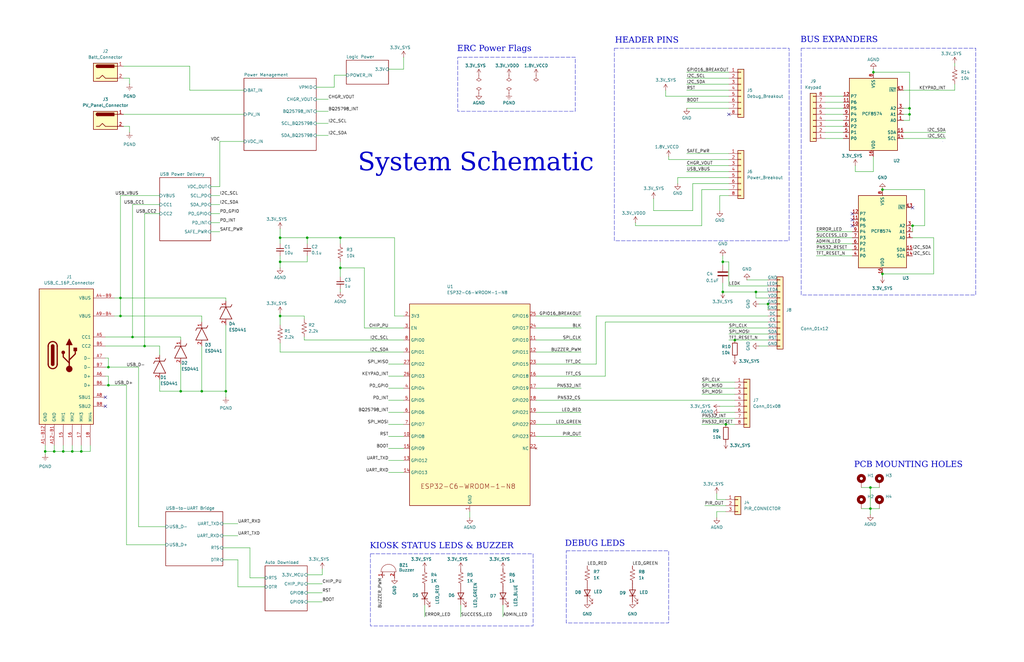
<source format=kicad_sch>
(kicad_sch (version 20231120) (generator "eeschema") (generator_version "8.0")
  (paper "B")
  (title_block (title "SCAN") (date "2025-01-30") (rev "v1.1") (company "Senior Design Group 35"))
  (junction (at 34.29 190.5))
  (junction (at 372.11 115.57))
  (junction (at 304.8 123.19))
  (junction (at 304.8 110.49))
  (junction (at 26.67 190.5))
  (junction (at 118.11 100.33))
  (junction (at 143.51 100.33))
  (junction (at 367.03 214.63))
  (junction (at 45.72 162.56))
  (junction (at 143.51 113.03))
  (junction (at 95.25 165.1))
  (junction (at 383.54 48.26))
  (junction (at 60.96 146.05))
  (junction (at 118.11 133.35))
  (junction (at 383.54 45.72))
  (junction (at 323.85 128.27))
  (junction (at 55.88 142.24))
  (junction (at 76.2 165.1))
  (junction (at 368.3 30.48))
  (junction (at 318.77 123.19))
  (junction (at 118.11 110.49))
  (junction (at 30.48 190.5))
  (junction (at 309.88 143.51))
  (junction (at 306.07 179.07))
  (junction (at 384.81 95.25))
  (junction (at 85.09 165.1))
  (junction (at 45.72 154.94))
  (junction (at 19.05 190.5))
  (junction (at 129.54 100.33))
  (junction (at 50.8 125.73))
  (junction (at 50.8 133.35))
  (junction (at 367.03 205.74))
  (junction (at 22.86 190.5))
  (junction (at 372.11 80.01))
  (no_connect (at 359.41 95.25))
  (no_connect (at 359.41 92.71))
  (no_connect (at 307.34 48.26))
  (no_connect (at 384.81 87.63))
  (no_connect (at 44.45 171.45))
  (no_connect (at 359.41 90.17))
  (no_connect (at 44.45 167.64))
  (wire (pts (xy 289.56 69.85) (xy 307.34 69.85)))
  (wire (pts (xy 344.17 105.41) (xy 359.41 105.41)))
  (wire (pts (xy 105.41 243.84) (xy 105.41 231.14)))
  (wire (pts (xy 118.11 144.78) (xy 118.11 148.59)))
  (wire (pts (xy 307.34 82.55) (xy 303.53 82.55)))
  (wire (pts (xy 381 38.1) (xy 402.59 38.1)))
  (wire (pts (xy 318.77 123.19) (xy 304.8 123.19)))
  (wire (pts (xy 128.27 133.35) (xy 118.11 133.35)))
  (wire (pts (xy 118.11 148.59) (xy 170.18 148.59)))
  (wire (pts (xy 44.45 146.05) (xy 60.96 146.05)))
  (wire (pts (xy 289.56 38.1) (xy 307.34 38.1)))
  (wire (pts (xy 280.67 40.64) (xy 307.34 40.64)))
  (wire (pts (xy 347.98 40.64) (xy 355.6 40.64)))
  (wire (pts (xy 54.61 33.02) (xy 52.07 33.02)))
  (wire (pts (xy 367.03 214.63) (xy 370.84 214.63)))
  (wire (pts (xy 275.59 83.82) (xy 275.59 88.9)))
  (wire (pts (xy 129.54 242.57) (xy 135.89 242.57)))
  (wire (pts (xy 163.83 163.83) (xy 170.18 163.83)))
  (wire (pts (xy 19.05 190.5) (xy 22.86 190.5)))
  (wire (pts (xy 128.27 142.24) (xy 128.27 143.51)))
  (wire (pts (xy 381 55.88) (xy 398.78 55.88)))
  (wire (pts (xy 135.89 254) (xy 129.54 254)))
  (wire (pts (xy 58.42 222.25) (xy 58.42 154.94)))
  (wire (pts (xy 133.35 46.99) (xy 138.43 46.99)))
  (wire (pts (xy 281.94 67.31) (xy 307.34 67.31)))
  (wire (pts (xy 303.53 173.99) (xy 309.88 173.99)))
  (wire (pts (xy 19.05 190.5) (xy 19.05 191.77)))
  (wire (pts (xy 166.37 100.33) (xy 166.37 133.35)))
  (wire (pts (xy 255.27 135.89) (xy 255.27 158.75)))
  (wire (pts (xy 140.97 36.83) (xy 140.97 31.75)))
  (wire (pts (xy 52.07 48.26) (xy 102.87 48.26)))
  (wire (pts (xy 304.8 110.49) (xy 304.8 111.76)))
  (wire (pts (xy 389.89 95.25) (xy 384.81 95.25)))
  (wire (pts (xy 44.45 158.75) (xy 45.72 158.75)))
  (wire (pts (xy 295.91 95.25) (xy 295.91 80.01)))
  (wire (pts (xy 54.61 33.02) (xy 54.61 35.56)))
  (wire (pts (xy 92.71 59.69) (xy 102.87 59.69)))
  (wire (pts (xy 128.27 143.51) (xy 170.18 143.51)))
  (wire (pts (xy 383.54 30.48) (xy 368.3 30.48)))
  (wire (pts (xy 135.89 242.57) (xy 135.89 240.03)))
  (wire (pts (xy 302.26 215.9) (xy 302.26 218.44)))
  (wire (pts (xy 347.98 58.42) (xy 355.6 58.42)))
  (wire (pts (xy 245.11 138.43) (xy 226.06 138.43)))
  (wire (pts (xy 226.06 173.99) (xy 245.11 173.99)))
  (wire (pts (xy 138.43 52.07) (xy 133.35 52.07)))
  (wire (pts (xy 143.51 100.33) (xy 143.51 102.87)))
  (wire (pts (xy 289.56 64.77) (xy 307.34 64.77)))
  (wire (pts (xy 295.91 80.01) (xy 307.34 80.01)))
  (wire (pts (xy 163.83 179.07) (xy 170.18 179.07)))
  (wire (pts (xy 60.96 90.17) (xy 67.31 90.17)))
  (wire (pts (xy 194.31 260.35) (xy 194.31 255.27)))
  (wire (pts (xy 384.81 100.33) (xy 393.7 100.33)))
  (wire (pts (xy 367.03 205.74) (xy 370.84 205.74)))
  (wire (pts (xy 372.11 116.84) (xy 372.11 115.57)))
  (wire (pts (xy 347.98 53.34) (xy 355.6 53.34)))
  (wire (pts (xy 344.17 102.87) (xy 359.41 102.87)))
  (wire (pts (xy 50.8 133.35) (xy 48.26 133.35)))
  (wire (pts (xy 105.41 243.84) (xy 111.76 243.84)))
  (wire (pts (xy 85.09 146.05) (xy 85.09 165.1)))
  (wire (pts (xy 295.91 176.53) (xy 309.88 176.53)))
  (wire (pts (xy 166.37 100.33) (xy 143.51 100.33)))
  (wire (pts (xy 163.83 158.75) (xy 170.18 158.75)))
  (wire (pts (xy 323.85 125.73) (xy 318.77 125.73)))
  (wire (pts (xy 383.54 50.8) (xy 383.54 48.26)))
  (wire (pts (xy 100.33 247.65) (xy 100.33 236.22)))
  (wire (pts (xy 45.72 151.13) (xy 44.45 151.13)))
  (wire (pts (xy 363.22 214.63) (xy 367.03 214.63)))
  (wire (pts (xy 34.29 187.96) (xy 34.29 190.5)))
  (wire (pts (xy 76.2 143.51) (xy 76.2 142.24)))
  (wire (pts (xy 303.53 82.55) (xy 303.53 88.9)))
  (wire (pts (xy 393.7 100.33) (xy 393.7 115.57)))
  (wire (pts (xy 163.83 184.15) (xy 170.18 184.15)))
  (wire (pts (xy 295.91 163.83) (xy 309.88 163.83)))
  (wire (pts (xy 198.12 215.9) (xy 198.12 218.44)))
  (wire (pts (xy 129.54 250.19) (xy 135.89 250.19)))
  (wire (pts (xy 226.06 184.15) (xy 245.11 184.15)))
  (wire (pts (xy 255.27 135.89) (xy 323.85 135.89)))
  (wire (pts (xy 153.67 113.03) (xy 153.67 138.43)))
  (wire (pts (xy 347.98 50.8) (xy 355.6 50.8)))
  (wire (pts (xy 140.97 31.75) (xy 146.05 31.75)))
  (wire (pts (xy 285.75 74.93) (xy 285.75 77.47)))
  (wire (pts (xy 281.94 67.31) (xy 281.94 66.04)))
  (wire (pts (xy 30.48 187.96) (xy 30.48 190.5)))
  (wire (pts (xy 347.98 55.88) (xy 355.6 55.88)))
  (wire (pts (xy 50.8 133.35) (xy 85.09 133.35)))
  (wire (pts (xy 92.71 59.69) (xy 92.71 78.74)))
  (wire (pts (xy 138.43 57.15) (xy 133.35 57.15)))
  (wire (pts (xy 226.06 168.91) (xy 309.88 168.91)))
  (wire (pts (xy 118.11 110.49) (xy 129.54 110.49)))
  (wire (pts (xy 166.37 133.35) (xy 170.18 133.35)))
  (wire (pts (xy 367.03 214.63) (xy 367.03 217.17)))
  (wire (pts (xy 289.56 33.02) (xy 307.34 33.02)))
  (wire (pts (xy 289.56 45.72) (xy 307.34 45.72)))
  (wire (pts (xy 275.59 88.9) (xy 292.1 88.9)))
  (wire (pts (xy 80.01 38.1) (xy 102.87 38.1)))
  (wire (pts (xy 85.09 133.35) (xy 85.09 135.89)))
  (wire (pts (xy 289.56 35.56) (xy 307.34 35.56)))
  (wire (pts (xy 76.2 153.67) (xy 76.2 165.1)))
  (wire (pts (xy 295.91 166.37) (xy 309.88 166.37)))
  (wire (pts (xy 88.9 90.17) (xy 92.71 90.17)))
  (wire (pts (xy 129.54 100.33) (xy 143.51 100.33)))
  (wire (pts (xy 69.85 222.25) (xy 58.42 222.25)))
  (wire (pts (xy 50.8 125.73) (xy 50.8 133.35)))
  (wire (pts (xy 251.46 133.35) (xy 251.46 153.67)))
  (wire (pts (xy 95.25 165.1) (xy 85.09 165.1)))
  (wire (pts (xy 26.67 190.5) (xy 30.48 190.5)))
  (wire (pts (xy 53.34 229.87) (xy 53.34 162.56)))
  (wire (pts (xy 76.2 165.1) (xy 85.09 165.1)))
  (wire (pts (xy 304.8 119.38) (xy 304.8 123.19)))
  (wire (pts (xy 323.85 128.27) (xy 323.85 130.81)))
  (wire (pts (xy 92.71 82.55) (xy 88.9 82.55)))
  (wire (pts (xy 383.54 48.26) (xy 381 48.26)))
  (wire (pts (xy 363.22 205.74) (xy 367.03 205.74)))
  (wire (pts (xy 307.34 143.51) (xy 309.88 143.51)))
  (wire (pts (xy 118.11 132.08) (xy 118.11 133.35)))
  (wire (pts (xy 67.31 165.1) (xy 76.2 165.1)))
  (wire (pts (xy 76.2 142.24) (xy 55.88 142.24)))
  (wire (pts (xy 226.06 179.07) (xy 245.11 179.07)))
  (wire (pts (xy 383.54 45.72) (xy 383.54 30.48)))
  (wire (pts (xy 212.09 260.35) (xy 212.09 255.27)))
  (wire (pts (xy 100.33 236.22) (xy 93.98 236.22)))
  (wire (pts (xy 105.41 231.14) (xy 93.98 231.14)))
  (wire (pts (xy 179.07 260.35) (xy 179.07 255.27)))
  (wire (pts (xy 67.31 149.86) (xy 67.31 146.05)))
  (wire (pts (xy 251.46 153.67) (xy 226.06 153.67)))
  (wire (pts (xy 80.01 27.94) (xy 80.01 38.1)))
  (wire (pts (xy 118.11 102.87) (xy 118.11 100.33)))
  (wire (pts (xy 44.45 142.24) (xy 55.88 142.24)))
  (wire (pts (xy 55.88 142.24) (xy 55.88 86.36)))
  (wire (pts (xy 45.72 158.75) (xy 45.72 162.56)))
  (wire (pts (xy 45.72 162.56) (xy 44.45 162.56)))
  (wire (pts (xy 118.11 133.35) (xy 118.11 137.16)))
  (wire (pts (xy 367.03 205.74) (xy 367.03 214.63)))
  (wire (pts (xy 30.48 190.5) (xy 34.29 190.5)))
  (wire (pts (xy 381 58.42) (xy 398.78 58.42)))
  (wire (pts (xy 292.1 88.9) (xy 292.1 77.47)))
  (wire (pts (xy 320.04 128.27) (xy 323.85 128.27)))
  (wire (pts (xy 118.11 100.33) (xy 129.54 100.33)))
  (wire (pts (xy 307.34 140.97) (xy 323.85 140.97)))
  (wire (pts (xy 295.91 179.07) (xy 306.07 179.07)))
  (wire (pts (xy 383.54 45.72) (xy 381 45.72)))
  (wire (pts (xy 289.56 72.39) (xy 307.34 72.39)))
  (wire (pts (xy 38.1 187.96) (xy 38.1 190.5)))
  (wire (pts (xy 88.9 97.79) (xy 92.71 97.79)))
  (wire (pts (xy 50.8 125.73) (xy 95.25 125.73)))
  (wire (pts (xy 347.98 48.26) (xy 355.6 48.26)))
  (wire (pts (xy 50.8 82.55) (xy 50.8 125.73)))
  (wire (pts (xy 303.53 171.45) (xy 309.88 171.45)))
  (wire (pts (xy 92.71 86.36) (xy 88.9 86.36)))
  (wire (pts (xy 302.26 210.82) (xy 302.26 208.28)))
  (wire (pts (xy 45.72 154.94) (xy 45.72 151.13)))
  (wire (pts (xy 304.8 107.95) (xy 304.8 110.49)))
  (wire (pts (xy 306.07 213.36) (xy 297.18 213.36)))
  (wire (pts (xy 245.11 133.35) (xy 226.06 133.35)))
  (wire (pts (xy 143.51 121.92) (xy 143.51 123.19)))
  (wire (pts (xy 289.56 43.18) (xy 307.34 43.18)))
  (wire (pts (xy 383.54 50.8) (xy 381 50.8)))
  (wire (pts (xy 383.54 48.26) (xy 383.54 45.72)))
  (wire (pts (xy 48.26 125.73) (xy 50.8 125.73)))
  (wire (pts (xy 95.25 127) (xy 95.25 125.73)))
  (wire (pts (xy 170.18 24.13) (xy 170.18 29.21)))
  (wire (pts (xy 163.83 199.39) (xy 170.18 199.39)))
  (wire (pts (xy 54.61 53.34) (xy 54.61 55.88)))
  (wire (pts (xy 306.07 210.82) (xy 302.26 210.82)))
  (wire (pts (xy 55.88 86.36) (xy 67.31 86.36)))
  (wire (pts (xy 292.1 77.47) (xy 307.34 77.47)))
  (wire (pts (xy 143.51 110.49) (xy 143.51 113.03)))
  (wire (pts (xy 402.59 35.56) (xy 402.59 38.1)))
  (wire (pts (xy 280.67 38.1) (xy 280.67 40.64)))
  (wire (pts (xy 245.11 143.51) (xy 226.06 143.51)))
  (wire (pts (xy 306.07 179.07) (xy 309.88 179.07)))
  (wire (pts (xy 320.04 146.05) (xy 323.85 146.05)))
  (wire (pts (xy 153.67 138.43) (xy 170.18 138.43)))
  (wire (pts (xy 309.88 143.51) (xy 323.85 143.51)))
  (wire (pts (xy 289.56 30.48) (xy 307.34 30.48)))
  (wire (pts (xy 323.85 123.19) (xy 318.77 123.19)))
  (wire (pts (xy 93.98 220.98) (xy 100.33 220.98)))
  (wire (pts (xy 347.98 43.18) (xy 355.6 43.18)))
  (wire (pts (xy 67.31 160.02) (xy 67.31 165.1)))
  (wire (pts (xy 34.29 190.5) (xy 38.1 190.5)))
  (wire (pts (xy 60.96 146.05) (xy 67.31 146.05)))
  (wire (pts (xy 304.8 110.49) (xy 307.34 110.49)))
  (wire (pts (xy 306.07 215.9) (xy 302.26 215.9)))
  (wire (pts (xy 93.98 226.06) (xy 100.33 226.06)))
  (wire (pts (xy 100.33 247.65) (xy 111.76 247.65)))
  (wire (pts (xy 368.3 66.04) (xy 368.3 72.39)))
  (wire (pts (xy 307.34 138.43) (xy 323.85 138.43)))
  (wire (pts (xy 52.07 27.94) (xy 80.01 27.94)))
  (wire (pts (xy 251.46 133.35) (xy 323.85 133.35)))
  (wire (pts (xy 118.11 110.49) (xy 118.11 113.03)))
  (wire (pts (xy 163.83 189.23) (xy 170.18 189.23)))
  (wire (pts (xy 368.3 29.21) (xy 368.3 30.48)))
  (wire (pts (xy 22.86 187.96) (xy 22.86 190.5)))
  (wire (pts (xy 133.35 41.91) (xy 138.43 41.91)))
  (wire (pts (xy 384.81 95.25) (xy 384.81 97.79)))
  (wire (pts (xy 295.91 161.29) (xy 309.88 161.29)))
  (wire (pts (xy 45.72 162.56) (xy 53.34 162.56)))
  (wire (pts (xy 163.83 194.31) (xy 170.18 194.31)))
  (wire (pts (xy 129.54 107.95) (xy 129.54 110.49)))
  (wire (pts (xy 285.75 74.93) (xy 307.34 74.93)))
  (wire (pts (xy 267.97 95.25) (xy 295.91 95.25)))
  (wire (pts (xy 95.25 137.16) (xy 95.25 165.1)))
  (wire (pts (xy 267.97 93.98) (xy 267.97 95.25)))
  (wire (pts (xy 226.06 158.75) (xy 255.27 158.75)))
  (wire (pts (xy 54.61 53.34) (xy 52.07 53.34)))
  (wire (pts (xy 307.34 110.49) (xy 307.34 120.65)))
  (wire (pts (xy 118.11 96.52) (xy 118.11 100.33)))
  (wire (pts (xy 393.7 115.57) (xy 372.11 115.57)))
  (wire (pts (xy 45.72 154.94) (xy 58.42 154.94)))
  (wire (pts (xy 44.45 154.94) (xy 45.72 154.94)))
  (wire (pts (xy 163.83 153.67) (xy 170.18 153.67)))
  (wire (pts (xy 163.83 173.99) (xy 170.18 173.99)))
  (wire (pts (xy 402.59 26.67) (xy 402.59 27.94)))
  (wire (pts (xy 26.67 187.96) (xy 26.67 190.5)))
  (wire (pts (xy 95.25 165.1) (xy 95.25 167.64)))
  (wire (pts (xy 60.96 146.05) (xy 60.96 90.17)))
  (wire (pts (xy 226.06 163.83) (xy 245.11 163.83)))
  (wire (pts (xy 360.68 72.39) (xy 368.3 72.39)))
  (wire (pts (xy 69.85 229.87) (xy 53.34 229.87)))
  (wire (pts (xy 360.68 69.85) (xy 360.68 72.39)))
  (wire (pts (xy 143.51 113.03) (xy 143.51 116.84)))
  (wire (pts (xy 88.9 78.74) (xy 92.71 78.74)))
  (wire (pts (xy 153.67 113.03) (xy 143.51 113.03)))
  (wire (pts (xy 314.96 118.11) (xy 323.85 118.11)))
  (wire (pts (xy 163.83 29.21) (xy 170.18 29.21)))
  (wire (pts (xy 19.05 187.96) (xy 19.05 190.5)))
  (wire (pts (xy 129.54 102.87) (xy 129.54 100.33)))
  (wire (pts (xy 163.83 168.91) (xy 170.18 168.91)))
  (wire (pts (xy 88.9 93.98) (xy 92.71 93.98)))
  (wire (pts (xy 129.54 246.38) (xy 135.89 246.38)))
  (wire (pts (xy 118.11 107.95) (xy 118.11 110.49)))
  (wire (pts (xy 347.98 45.72) (xy 355.6 45.72)))
  (wire (pts (xy 128.27 134.62) (xy 128.27 133.35)))
  (wire (pts (xy 344.17 107.95) (xy 359.41 107.95)))
  (wire (pts (xy 307.34 120.65) (xy 323.85 120.65)))
  (wire (pts (xy 133.35 36.83) (xy 140.97 36.83)))
  (wire (pts (xy 22.86 190.5) (xy 26.67 190.5)))
  (wire (pts (xy 318.77 125.73) (xy 318.77 123.19)))
  (wire (pts (xy 389.89 80.01) (xy 372.11 80.01)))
  (wire (pts (xy 245.11 148.59) (xy 226.06 148.59)))
  (wire (pts (xy 344.17 100.33) (xy 359.41 100.33)))
  (wire (pts (xy 344.17 97.79) (xy 359.41 97.79)))
  (wire (pts (xy 389.89 80.01) (xy 389.89 95.25)))
  (wire (pts (xy 50.8 82.55) (xy 67.31 82.55)))
  (rectangle (start 397.51 59.69) (end 397.51 59.69))
  (rectangle (start 193.04 24.13) (end 242.57 46.99) (stroke (width 0) (type dash)))
  (rectangle (start 337.82 20.32) (end 411.48 124.46) (stroke (width 0) (type dash)))
  (rectangle (start 156.21 233.68) (end 224.79 264.16) (stroke (width 0) (type dash)))
  (rectangle (start 259.08 20.32) (end 332.74 101.6) (stroke (width 0) (type dash)))
  (rectangle (start 238.76 232.41) (end 281.94 262.89) (stroke (width 0) (type dash)))
  (text "HEADER PINS" (at 259.334 19.304 0) (effects (font (size 2.54 2.54) (thickness 0.3175)) (justify left bottom)))
  (text "System Schematic" (at 200.66 70.866 0) (effects (font (size 7.62 7.62) (thickness 0.9525))))
  (text "KIOSK STATUS LEDS & BUZZER" (at 155.956 232.664 0) (effects (font (size 2.54 2.54) (thickness 0.3175)) (justify left bottom)))
  (text "BUS EXPANDERS" (at 337.566 19.05 0) (effects (font (size 2.54 2.54) (thickness 0.3175)) (justify left bottom)))
  (text "ERC Power Flags" (at 192.786 22.86 0) (effects (font (size 2.54 2.54) (thickness 0.3175)) (justify left bottom)))
  (text "PCB MOUNTING HOLES" (at 360.172 198.374 0) (effects (font (size 2.54 2.54) (thickness 0.3175)) (justify left bottom)))
  (text "DEBUG LEDS" (at 238.252 231.648 0) (effects (font (size 2.54 2.54) (thickness 0.3175)) (justify left bottom)))
  (label "TFT_RESET_N" (at 344.17 107.95 0))
  (label "CHGR_VOUT" (at 138.43 41.91 0))
  (label "SPI_MOSI" (at 163.83 179.07 180))
  (label "I2C_SCL" (at 398.78 58.42 180))
  (label "ADMIN_LED" (at 212.09 260.35 0))
  (label "PIR_OUT" (at 297.18 213.36 0))
  (label "CHGR_VOUT" (at 289.56 69.85 0))
  (label "USB_D-" (at 53.34 154.94 0))
  (label "BOOT" (at 163.83 189.23 180))
  (label "PN532_INT" (at 295.91 176.53 0))
  (label "SPI_MISO" (at 295.91 163.83 0))
  (label "LED_GREEN" (at 266.7 238.76 0))
  (label "UART_TXD" (at 163.83 194.31 180))
  (label "USB_VBUS" (at 289.56 72.39 0))
  (label "KEYPAD_INT" (at 163.83 158.75 180))
  (label "TFT_RESET_N" (at 307.34 143.51 0))
  (label "ERROR_LED" (at 179.07 260.35 0))
  (label "SPI_MISO" (at 163.83 153.67 180))
  (label "SPI_CLK" (at 307.34 138.43 0))
  (label "BUZZER_PWM" (at 245.11 148.59 180))
  (label "UART_TXD" (at 100.33 226.06 0))
  (label "PN532_RESET" (at 295.91 179.07 0))
  (label "LEDK" (at 307.34 120.65 0))
  (label "TFT_DC" (at 245.11 153.67 180))
  (label "TFT_CS" (at 245.11 158.75 180))
  (label "KEYPAD_INT" (at 398.78 38.1 180))
  (label "PN532_CS" (at 234.95 168.91 0))
  (label "LED_RED" (at 245.11 173.99 180))
  (label "SPI_MOSI" (at 295.91 166.37 0))
  (label "RST" (at 135.89 250.19 0))
  (label "CHIP_PU" (at 163.83 138.43 180))
  (label "USB_VBUS" (at 58.42 82.55 180))
  (label "PD_INT" (at 92.71 93.98 0))
  (label "I2C_SDA" (at 398.78 55.88 180))
  (label "PD_GPIO" (at 163.83 163.83 180))
  (label "PD_GPIO" (at 92.71 90.17 0))
  (label "VDC" (at 92.71 59.69 180))
  (label "UART_RXD" (at 163.83 199.39 180))
  (label "BOOT" (at 289.56 43.18 0))
  (label "ERROR_LED" (at 344.17 97.79 0))
  (label "I2C_SCL" (at 289.56 33.02 0))
  (label "BQ25798_INT" (at 163.83 173.99 180))
  (label "SAFE_PWR" (at 92.71 97.79 0))
  (label "ADMIN_LED" (at 344.17 102.87 0))
  (label "RST" (at 289.56 38.1 0))
  (label "LED_GREEN" (at 245.11 179.07 180))
  (label "RST" (at 163.83 184.15 180))
  (label "SPI_CLK" (at 295.91 161.29 0))
  (label "PN532_INT" (at 245.11 163.83 180))
  (label "I2C_SDA" (at 92.71 86.36 0))
  (label "USB_D+" (at 48.26 162.56 0))
  (label "USB_CC2" (at 66.04 90.17 180))
  (label "I2C_SCL" (at 92.71 82.55 0))
  (label "GPIO16_BREAKOUT" (at 245.11 133.35 180))
  (label "I2C_SCL" (at 384.81 107.95 0))
  (label "I2C_SDA" (at 163.83 148.59 180))
  (label "I2C_SCL" (at 138.43 52.07 0))
  (label "SUCCESS_LED" (at 344.17 100.33 0))
  (label "SPI_MOSI" (at 307.34 140.97 0))
  (label "PIR_OUT" (at 245.11 184.15 180))
  (label "I2C_SCL" (at 163.83 143.51 180))
  (label "I2C_SDA" (at 384.81 105.41 0))
  (label "PD_INT" (at 163.83 168.91 180))
  (label "SPI_CLK" (at 245.11 143.51 180))
  (label "GPIO16_BREAKOUT" (at 289.56 30.48 0))
  (label "PN532_RESET" (at 344.17 105.41 0))
  (label "BUZZER_PWM" (at 161.29 243.84 270))
  (label "LED_RED" (at 247.65 238.76 0))
  (label "UART_RXD" (at 100.33 220.98 0))
  (label "BOOT" (at 135.89 254 0))
  (label "I2C_SDA" (at 138.43 57.15 0))
  (label "BLK" (at 245.11 138.43 180))
  (label "SUCCESS_LED" (at 194.31 260.35 0))
  (label "USB_CC1" (at 60.96 86.36 180))
  (label "CHIP_PU" (at 135.89 246.38 0))
  (label "BQ25798_INT" (at 138.43 46.99 0))
  (label "SAFE_PWR" (at 289.56 64.77 0))
  (label "I2C_SDA" (at 289.56 35.56 0))
  (symbol (lib_id "power:GND") (at 247.65 254 0) (unit 1)
    (property "Reference" "#PWR021" (effects (hide yes)))
    (property "Value" "GND" (at 247.65 259.08 0))
    (property "Description" "Power symbol creates a global label with name \"GND\" , ground" (effects (hide yes)))
  )
  (symbol (lib_id "Device:R_US") (at 266.7 242.57 0) (unit 1)
    (property "Reference" "R8" (at 269.24 241.2999 0) (effects (justify left)))
    (property "Value" "1k" (at 269.24 243.8399 0) (effects (justify left)))
    (property "Description" "Resistor, US symbol" (effects (hide yes)))
  )
  (symbol (lib_id "PCM_Espressif:ESP32-C6-WROOM-1") (at 198.12 161.29 0) (unit 1)
    (property "Reference" "U1" (at 188.468 120.904 0) (effects (justify left)))
    (property "Value" "ESP32-C6-WROOM-1-N8" (at 188.468 123.444 0) (effects (justify left)))
    (property "Footprint" "SCAN_footprints:ESP32-C6-WROOM-1-N8" (effects (hide yes)))
    (property "Datasheet" "https://www.espressif.com/sites/default/files/documentation/esp32-c6-wroom-1_wroom-1u_datasheet_en.pdf" (effects (hide yes)))
    (property "Description" "ESP32-C6-WROOM-1/U is a module that supports 2.4 GHz Wi-Fi 6 (802.11 ax), Bluetooth® 5 (LE), Zigbee and Thread (802.15.4)" (effects (hide yes)))
  )
  (symbol (lib_id "power:GNDREF") (at 54.61 55.88 0) (unit 1)
    (property "Reference" "#PWR03" (effects (hide yes)))
    (property "Value" "PGND" (at 54.61 60.96 0))
    (property "Description" "Power symbol creates a global label with name \"GNDREF\" , reference supply ground" (effects (hide yes)))
  )
  (symbol (lib_id "Interface_Expansion:PCF8574") (at 368.3 48.26 180) (unit 1)
    (property "Reference" "U2" (at 379.476 67.818 0) (effects (justify left)))
    (property "Value" "PCF8574" (at 372.11 48.006 0) (effects (justify left)))
    (property "Datasheet" "http://www.nxp.com/docs/en/data-sheet/PCF8574_PCF8574A.pdf" (effects (hide yes)))
    (property "Description" "8 Bit Port/Expander to I2C Bus, DIP/SOIC-16" (effects (hide yes)))
  )
  (symbol (lib_id "Device:C_Small") (at 129.54 105.41 0) (unit 1)
    (property "Reference" "C2" (at 131.318 104.14 0) (effects (justify left)))
    (property "Value" "0.1u" (at 131.318 106.68 0) (effects (justify left)))
    (property "Description" "50V, 10%" (effects (hide yes)))
  )
  (symbol (lib_id "Device:R_US") (at 143.51 106.68 0) (unit 1)
    (property "Reference" "R3" (at 146.05 105.4099 0) (effects (justify left)))
    (property "Value" "10k" (at 146.05 107.9499 0) (effects (justify left)))
    (property "Footprint" "Resistor_SMD:R_0805_2012Metric" (effects (hide yes)))
    (property "Description" "1%" (effects (hide yes)))
  )
  (symbol (lib_id "power:GND") (at 304.8 107.95 180) (unit 1)
    (property "Reference" "#PWR034" (effects (hide yes)))
    (property "Value" "GND" (at 304.8 102.87 0))
    (property "Description" "Power symbol creates a global label with name \"GND\" , ground" (effects (hide yes)))
  )
  (symbol (lib_id "Connector:Jack-DC") (at 44.45 50.8 0) (unit 1)
    (property "Reference" "J3" (at 44.45 41.91 0))
    (property "Value" "PV_Panel_Connector" (at 44.45 44.45 0))
    (property "Footprint" "SCAN_footprints:CONN_ED120_2DS_OST" (effects (hide yes)))
    (property "Description" "DC Barrel Jack" (effects (hide yes)))
  )
  (symbol (lib_id "power:GND") (at 368.3 29.21 180) (unit 1)
    (property "Reference" "#PWR044" (effects (hide yes)))
    (property "Value" "AGND" (at 368.3 25.146 0))
    (property "Description" "Power symbol creates a global label with name \"GND\" , ground" (effects (hide yes)))
  )
  (symbol (lib_id "Device:C") (at 304.8 115.57 0) (unit 1)
    (property "Reference" "C4" (at 297.942 115.57 0) (effects (justify left)))
    (property "Value" "0.1uF" (at 297.688 118.364 0) (effects (justify left)))
    (property "Description" "Unpolarized capacitor" (effects (hide yes)))
  )
  (symbol (lib_id "power:+3.3V") (at 372.11 116.84 180) (unit 1)
    (property "Reference" "#PWR046" (effects (hide yes)))
    (property "Value" "3.3V_SYS" (at 376.428 121.666 0) (effects (justify left)))
    (property "Description" "Power symbol creates a global label with name \"+3.3V\"" (effects (hide yes)))
  )
  (symbol (lib_id "Device:R_US") (at 179.07 243.84 0) (unit 1)
    (property "Reference" "R4" (at 181.61 242.5699 0) (effects (justify left)))
    (property "Value" "1K" (at 181.61 245.1099 0) (effects (justify left)))
    (property "Description" "Resistor, US symbol" (effects (hide yes)))
  )
  (symbol (lib_id "power:GNDREF") (at 95.25 167.64 0) (unit 1)
    (property "Reference" "#PWR04" (effects (hide yes)))
    (property "Value" "PGND" (at 95.25 172.212 0))
    (property "Description" "Power symbol creates a global label with name \"GNDREF\" , reference supply ground" (effects (hide yes)))
  )
  (symbol (lib_id "custom_symbols:ESD441DPLR") (at 67.31 142.24 270) (unit 1)
    (property "Reference" "D1" (at 67.564 159.258 90) (effects (justify left)))
    (property "Value" "ESD441" (at 67.564 161.798 90) (effects (justify left)))
    (property "Footprint" "SCAN_footprints:X2SON2_DPL_TEX" (effects (hide yes)))
    (property "Description" "TVS Diode" (effects (hide yes)))
    (property "Manufacturer_Name" "Texas Instruments" (effects (hide yes)))
    (property "Manufacturer_Part_Number" "ESD441DPLR" (effects (hide yes)))
  )
  (symbol (lib_id "Device:C_Small") (at 143.51 119.38 0) (unit 1)
    (property "Reference" "C3" (at 145.288 118.11 0) (effects (justify left)))
    (property "Value" "1u" (at 145.288 120.65 0) (effects (justify left)))
    (property "Description" "16V, 10%" (effects (hide yes)))
  )
  (symbol (lib_id "power:GND") (at 320.04 128.27 270) (unit 1)
    (property "Reference" "#PWR039" (effects (hide yes)))
    (property "Value" "GND" (at 315.468 128.27 0))
    (property "Description" "Power symbol creates a global label with name \"GND\" , ground" (effects (hide yes)))
  )
  (symbol (lib_id "Device:Buzzer") (at 163.83 241.3 90) (unit 1)
    (property "Reference" "BZ1" (at 172.212 238.506 90) (effects (justify left)))
    (property "Value" "Buzzer" (at 174.752 240.538 90) (effects (justify left)))
    (property "Footprint" "Connector_PinHeader_2.54mm:PinHeader_1x02_P2.54mm_Vertical" (effects (hide yes)))
  )
  (symbol (lib_id "power:+3.3V") (at 303.53 171.45 90) (unit 1)
    (property "Reference" "#PWR032" (effects (hide yes)))
    (property "Value" "3.3V_SYS" (at 299.72 171.45 90) (effects (justify left)))
    (property "Description" "Power symbol creates a global label with name \"+3.3V\"" (effects (hide yes)))
  )
  (symbol (lib_id "power:GND") (at 201.93 39.37 0) (unit 1)
    (property "Reference" "#PWR016" (effects (hide yes)))
    (property "Value" "AGND" (at 201.93 43.434 0))
    (property "Description" "Power symbol creates a global label with name \"GND\" , ground" (effects (hide yes)))
  )
  (symbol (lib_id "power:+3.3V") (at 281.94 66.04 0) (unit 1)
    (property "Reference" "#PWR026" (effects (hide yes)))
    (property "Value" "1.8V_VCCD" (at 276.098 61.976 0) (effects (justify left)))
    (property "Description" "Power symbol creates a global label with name \"+3.3V\"" (effects (hide yes)))
  )
  (symbol (lib_id "power:+3.3V") (at 402.59 26.67 0) (unit 1)
    (property "Reference" "#PWR048" (effects (hide yes)))
    (property "Value" "3.3V_SYS" (at 396.748 22.606 0) (effects (justify left)))
    (property "Description" "Power symbol creates a global label with name \"+3.3V\"" (effects (hide yes)))
  )
  (symbol (lib_id "power:PWR_FLAG") (at 226.06 31.75 180) (unit 1)
    (property "Reference" "#FLG05" (effects (hide yes)))
    (property "Value" "PWR_FLAG" (effects (hide yes)))
    (property "Description" "Special symbol for telling ERC where power comes from" (effects (hide yes)))
  )
  (symbol (lib_id "power:+3.3V") (at 275.59 83.82 0) (unit 1)
    (property "Reference" "#PWR024" (effects (hide yes)))
    (property "Value" "3.3V_SYS" (at 271.272 79.502 0) (effects (justify left)))
    (property "Description" "Power symbol creates a global label with name \"+3.3V\"" (effects (hide yes)))
  )
  (symbol (lib_id "power:+3.3V") (at 212.09 240.03 0) (unit 1)
    (property "Reference" "#PWR017" (effects (hide yes)))
    (property "Value" "3.3V_SYS" (at 206.248 235.966 0) (effects (justify left)))
    (property "Description" "Power symbol creates a global label with name \"+3.3V\"" (effects (hide yes)))
  )
  (symbol (lib_id "power:GND") (at 367.03 217.17 0) (unit 1)
    (property "Reference" "#PWR043" (effects (hide yes)))
    (property "Value" "AGND" (at 367.03 221.234 0))
    (property "Description" "Power symbol creates a global label with name \"GND\" , ground" (effects (hide yes)))
  )
  (symbol (lib_id "power:+3.3V") (at 170.18 24.13 0) (unit 1)
    (property "Reference" "#PWR011" (effects (hide yes)))
    (property "Value" "3.3V_SYS" (at 164.338 20.066 0) (effects (justify left)))
    (property "Description" "Power symbol creates a global label with name \"+3.3V\"" (effects (hide yes)))
  )
  (symbol (lib_id "Device:LED") (at 194.31 251.46 90) (unit 1)
    (property "Reference" "D6" (at 191.77 251.206 90) (effects (justify left)))
    (property "Value" "LED_GREEN" (at 200.406 256.54 0) (effects (justify left)))
    (property "Footprint" "LED_THT:LED_D5.0mm" (effects (hide yes)))
  )
  (symbol (lib_id "power:GND") (at 303.53 88.9 0) (unit 1)
    (property "Reference" "#PWR031" (effects (hide yes)))
    (property "Value" "GND" (at 303.53 92.964 0))
    (property "Description" "Power symbol creates a global label with name \"GND\" , ground" (effects (hide yes)))
  )
  (symbol (lib_id "power:+3.3V") (at 267.97 93.98 0) (unit 1)
    (property "Reference" "#PWR023" (effects (hide yes)))
    (property "Value" "3.3V_VDDD" (at 262.128 89.916 0) (effects (justify left)))
    (property "Description" "Power symbol creates a global label with name \"+3.3V\"" (effects (hide yes)))
  )
  (symbol (lib_id "Device:R_US") (at 402.59 31.75 0) (unit 1)
    (property "Reference" "R14" (at 405.13 30.4799 0) (effects (justify left)))
    (property "Value" "10k" (at 405.13 33.0199 0) (effects (justify left)))
    (property "Footprint" "Resistor_SMD:R_0805_2012Metric" (effects (hide yes)))
    (property "Description" "Resistor, US symbol" (effects (hide yes)))
  )
  (symbol (lib_id "power:+3.3V") (at 201.93 31.75 0) (unit 1)
    (property "Reference" "#PWR015" (effects (hide yes)))
    (property "Value" "3.3V_SYS" (at 196.088 27.686 0) (effects (justify left)))
    (property "Description" "Power symbol creates a global label with name \"+3.3V\"" (effects (hide yes)))
  )
  (symbol (lib_id "power:GND") (at 118.11 113.03 0) (unit 1)
    (property "Reference" "#PWR06" (effects (hide yes)))
    (property "Value" "AGND" (at 118.11 117.094 0))
    (property "Description" "Power symbol creates a global label with name \"GND\" , ground" (effects (hide yes)))
  )
  (symbol (lib_id "power:GNDREF") (at 54.61 35.56 0) (unit 1)
    (property "Reference" "#PWR02" (effects (hide yes)))
    (property "Value" "PGND" (at 54.61 40.64 0))
    (property "Description" "Power symbol creates a global label with name \"GNDREF\" , reference supply ground" (effects (hide yes)))
  )
  (symbol (lib_id "power:GND") (at 302.26 218.44 0) (unit 1)
    (property "Reference" "#PWR030" (effects (hide yes)))
    (property "Value" "AGND" (at 302.26 222.504 0))
    (property "Description" "Power symbol creates a global label with name \"GND\" , ground" (effects (hide yes)))
  )
  (symbol (lib_id "Connector:Jack-DC") (at 44.45 30.48 0) (unit 1)
    (property "Reference" "J2" (at 44.45 21.59 0))
    (property "Value" "Batt_Connector" (at 44.45 24.13 0))
    (property "Footprint" "SCAN_footprints:CONN_ED120_2DS_OST" (effects (hide yes)))
    (property "Description" "DC Barrel Jack" (effects (hide yes)))
  )
  (symbol (lib_id "custom_symbols:ESD441DPLR") (at 76.2 135.89 270) (unit 1)
    (property "Reference" "D2" (at 76.454 153.162 90) (effects (justify left)))
    (property "Value" "ESD441" (at 76.454 155.702 90) (effects (justify left)))
    (property "Footprint" "SCAN_footprints:X2SON2_DPL_TEX" (effects (hide yes)))
    (property "Description" "TVS Diode" (effects (hide yes)))
    (property "Manufacturer_Name" "Texas Instruments" (effects (hide yes)))
    (property "Manufacturer_Part_Number" "ESD441DPLR" (effects (hide yes)))
  )
  (symbol (lib_id "power:GND") (at 314.96 118.11 180) (unit 1)
    (property "Reference" "#PWR038" (effects (hide yes)))
    (property "Value" "GND" (at 314.96 113.538 0))
    (property "Description" "Power symbol creates a global label with name \"GND\" , ground" (effects (hide yes)))
  )
  (symbol (lib_id "power:+3.3V") (at 226.06 31.75 0) (unit 1)
    (property "Reference" "#PWR020" (effects (hide yes)))
    (property "Value" "1.8V_VCCD" (at 220.98 27.686 0) (effects (justify left)))
    (property "Description" "Power symbol creates a global label with name \"+3.3V\"" (effects (hide yes)))
  )
  (symbol (lib_id "Connector_Generic:Conn_01x12") (at 328.93 130.81 0) (unit 1)
    (property "Reference" "J8" (at 331.47 130.8099 0) (effects (justify left)))
    (property "Value" "Conn_01x12" (at 337.566 138.684 0) (effects (justify left)))
    (property "Footprint" "SCAN_footprints:12-pin-0.7mm-FPC-Pad" (effects (hide yes)))
    (property "Description" "Generic connector, single row, 01x12, script generated (kicad-library-utils/schlib/autogen/connector/)" (effects (hide yes)))
  )
  (symbol (lib_id "power:PWR_FLAG") (at 201.93 31.75 180) (unit 1)
    (property "Reference" "#FLG01" (effects (hide yes)))
    (property "Value" "PWR_FLAG" (effects (hide yes)))
    (property "Description" "Special symbol for telling ERC where power comes from" (effects (hide yes)))
  )
  (symbol (lib_id "Connector:USB_C_Receptacle") (at 29.21 149.86 0) (unit 1)
    (property "Reference" "J1" (at 29.21 116.84 0))
    (property "Value" "USB_C_16P_Connector" (at 29.21 119.38 0))
    (property "Footprint" "SCAN_footprints:USB4110-GF-A_GCT" (effects (hide yes)))
    (property "Datasheet" "https://www.usb.org/sites/default/files/documents/usb_type-c.zip" (effects (hide yes)))
    (property "Description" "USB Full-Featured Type-C Receptacle connector" (effects (hide yes)))
  )
  (symbol (lib_id "Device:R_US") (at 247.65 242.57 0) (unit 1)
    (property "Reference" "R7" (at 250.19 241.2999 0) (effects (justify left)))
    (property "Value" "1K" (at 250.19 243.8399 0) (effects (justify left)))
    (property "Description" "Resistor, US symbol" (effects (hide yes)))
  )
  (symbol (lib_id "power:PWR_FLAG") (at 201.93 39.37 0) (unit 1)
    (property "Reference" "#FLG02" (effects (hide yes)))
    (property "Value" "PWR_FLAG" (effects (hide yes)))
    (property "Description" "Special symbol for telling ERC where power comes from" (effects (hide yes)))
  )
  (symbol (lib_id "custom_symbols:ESD441DPLR") (at 95.25 119.38 270) (unit 1)
    (property "Reference" "D4" (at 96.52 136.652 90) (effects (justify left)))
    (property "Value" "ESD441" (at 96.52 139.192 90) (effects (justify left)))
    (property "Footprint" "SCAN_footprints:X2SON2_DPL_TEX" (effects (hide yes)))
    (property "Description" "TVS Diode" (effects (hide yes)))
    (property "Manufacturer_Name" "Texas Instruments" (effects (hide yes)))
    (property "Manufacturer_Part_Number" "ESD441DPLR" (effects (hide yes)))
  )
  (symbol (lib_id "Interface_Expansion:PCF8574") (at 372.11 97.79 180) (unit 1)
    (property "Reference" "U3" (at 383.286 117.348 0) (effects (justify left)))
    (property "Value" "PCF8574" (at 375.92 97.536 0) (effects (justify left)))
    (property "Datasheet" "http://www.nxp.com/docs/en/data-sheet/PCF8574_PCF8574A.pdf" (effects (hide yes)))
    (property "Description" "8 Bit Port/Expander to I2C Bus, DIP/SOIC-16" (effects (hide yes)))
  )
  (symbol (lib_id "Mechanical:MountingHole_Pad") (at 370.84 203.2 0) (unit 1) (exclude_from_sim yes) (in_bom no)
    (property "Reference" "H3" (at 373.38 200.6599 0) (effects (justify left)))
    (property "Value" "MountingHole_Pad" (effects (hide yes)))
    (property "Footprint" "MountingHole:MountingHole_3.2mm_M3" (effects (hide yes)))
    (property "Description" "Mounting Hole with connection" (effects (hide yes)))
  )
  (symbol (lib_id "custom_symbols:ESD441DPLR") (at 85.09 128.27 270) (unit 1)
    (property "Reference" "D3" (at 86.36 145.542 90) (effects (justify left)))
    (property "Value" "ESD441" (at 86.36 148.082 90) (effects (justify left)))
    (property "Footprint" "SCAN_footprints:X2SON2_DPL_TEX" (effects (hide yes)))
    (property "Description" "TVS Diode" (effects (hide yes)))
    (property "Manufacturer_Name" "Texas Instruments" (effects (hide yes)))
    (property "Manufacturer_Part_Number" "ESD441DPLR" (effects (hide yes)))
  )
  (symbol (lib_id "Mechanical:MountingHole_Pad") (at 363.22 203.2 0) (unit 1) (exclude_from_sim yes) (in_bom no)
    (property "Reference" "H1" (at 365.76 200.6599 0) (effects (justify left)))
    (property "Value" "MountingHole_Pad" (effects (hide yes)))
    (property "Footprint" "MountingHole:MountingHole_3.2mm_M3" (effects (hide yes)))
    (property "Description" "Mounting Hole with connection" (effects (hide yes)))
  )
  (symbol (lib_id "power:PWR_FLAG") (at 214.63 31.75 180) (unit 1)
    (property "Reference" "#FLG03" (effects (hide yes)))
    (property "Value" "PWR_FLAG" (effects (hide yes)))
    (property "Description" "Special symbol for telling ERC where power comes from" (effects (hide yes)))
  )
  (symbol (lib_id "power:GND") (at 166.37 243.84 0) (unit 1)
    (property "Reference" "#PWR010" (effects (hide yes)))
    (property "Value" "GND" (at 166.37 247.015 90) (effects (justify right)))
    (property "Description" "Power symbol creates a global label with name \"GND\" , ground" (effects (hide yes)))
  )
  (symbol (lib_id "power:+3.3V") (at 135.89 240.03 0) (unit 1)
    (property "Reference" "#PWR08" (effects (hide yes)))
    (property "Value" "3.3V_SYS" (at 130.048 235.966 0) (effects (justify left)))
    (property "Description" "Power symbol creates a global label with name \"+3.3V\"" (effects (hide yes)))
  )
  (symbol (lib_id "power:GND") (at 285.75 77.47 0) (unit 1)
    (property "Reference" "#PWR027" (effects (hide yes)))
    (property "Value" "GND" (at 285.75 81.534 0))
    (property "Description" "Power symbol creates a global label with name \"GND\" , ground" (effects (hide yes)))
  )
  (symbol (lib_id "Connector_Generic:Conn_01x08") (at 342.9 50.8 180) (unit 1)
    (property "Reference" "J9" (at 342.9 34.29 0))
    (property "Value" "Keypad" (at 342.9 36.83 0))
    (property "Description" "Generic connector, single row, 01x08, script generated (kicad-library-utils/schlib/autogen/connector/)" (effects (hide yes)))
  )
  (symbol (lib_id "power:PWR_FLAG") (at 214.63 39.37 0) (unit 1)
    (property "Reference" "#FLG04" (effects (hide yes)))
    (property "Value" "PWR_FLAG" (effects (hide yes)))
    (property "Description" "Special symbol for telling ERC where power comes from" (effects (hide yes)))
  )
  (symbol (lib_id "power:+3.3V") (at 118.11 96.52 0) (unit 1)
    (property "Reference" "#PWR05" (effects (hide yes)))
    (property "Value" "3.3V_SYS" (at 112.268 92.456 0) (effects (justify left)))
    (property "Description" "Power symbol creates a global label with name \"+3.3V\"" (effects (hide yes)))
  )
  (symbol (lib_id "Device:LED") (at 266.7 250.19 90) (unit 1)
    (property "Reference" "D9" (at 263.906 250.19 90) (effects (justify left)))
    (property "Value" "LED" (at 273.304 249.936 90) (effects (justify left)))
  )
  (symbol (lib_id "Device:R_US") (at 118.11 140.97 0) (unit 1)
    (property "Reference" "R1" (at 119.888 139.7 0) (effects (justify left)))
    (property "Value" "2.2k" (at 119.888 142.24 0) (effects (justify left)))
    (property "Footprint" "Resistor_SMD:R_0805_2012Metric" (effects (hide yes)))
    (property "Description" "Resistor, US symbol" (effects (hide yes)))
  )
  (symbol (lib_id "power:+3.3V") (at 280.67 38.1 0) (unit 1)
    (property "Reference" "#PWR025" (effects (hide yes)))
    (property "Value" "3.3V_SYS" (at 276.352 33.782 0) (effects (justify left)))
    (property "Description" "Power symbol creates a global label with name \"+3.3V\"" (effects (hide yes)))
  )
  (symbol (lib_id "power:+3.3V") (at 118.11 132.08 0) (unit 1)
    (property "Reference" "#PWR07" (effects (hide yes)))
    (property "Value" "3.3V_SYS" (at 112.268 128.016 0) (effects (justify left)))
    (property "Description" "Power symbol creates a global label with name \"+3.3V\"" (effects (hide yes)))
  )
  (symbol (lib_id "power:+3.3V") (at 360.68 69.85 0) (unit 1)
    (property "Reference" "#PWR042" (effects (hide yes)))
    (property "Value" "3.3V_SYS" (at 354.838 65.786 0) (effects (justify left)))
    (property "Description" "Power symbol creates a global label with name \"+3.3V\"" (effects (hide yes)))
  )
  (symbol (lib_id "power:GND") (at 320.04 146.05 270) (unit 1)
    (property "Reference" "#PWR040" (effects (hide yes)))
    (property "Value" "GND" (at 315.468 146.05 0))
    (property "Description" "Power symbol creates a global label with name \"GND\" , ground" (effects (hide yes)))
  )
  (symbol (lib_id "power:GND") (at 289.56 45.72 0) (unit 1)
    (property "Reference" "#PWR028" (effects (hide yes)))
    (property "Value" "GND" (at 289.56 49.784 0))
    (property "Description" "Power symbol creates a global label with name \"GND\" , ground" (effects (hide yes)))
  )
  (symbol (lib_id "Connector_Generic:Conn_01x08") (at 314.96 168.91 0) (unit 1)
    (property "Reference" "J7" (at 317.5 168.9099 0) (effects (justify left)))
    (property "Value" "Conn_01x08" (at 317.5 171.4499 0) (effects (justify left)))
    (property "Footprint" "Connector_PinHeader_2.54mm:PinHeader_1x08_P2.54mm_Vertical" (effects (hide yes)))
    (property "Description" "Generic connector, single row, 01x08, script generated (kicad-library-utils/schlib/autogen/connector/)" (effects (hide yes)))
  )
  (symbol (lib_id "power:GNDREF") (at 214.63 39.37 0) (unit 1)
    (property "Reference" "#PWR019" (effects (hide yes)))
    (property "Value" "PGND" (at 214.63 43.434 0))
    (property "Description" "Power symbol creates a global label with name \"GNDREF\" , reference supply ground" (effects (hide yes)))
  )
  (symbol (lib_id "power:GND") (at 266.7 254 0) (unit 1)
    (property "Reference" "#PWR022" (effects (hide yes)))
    (property "Value" "GND" (at 266.7 259.08 0))
    (property "Description" "Power symbol creates a global label with name \"GND\" , ground" (effects (hide yes)))
  )
  (symbol (lib_id "Device:C_Small") (at 118.11 105.41 0) (unit 1)
    (property "Reference" "C1" (at 119.888 104.14 0) (effects (justify left)))
    (property "Value" "10u" (at 119.888 106.68 0) (effects (justify left)))
    (property "Description" "25V, 20%" (effects (hide yes)))
  )
  (symbol (lib_id "power:+3.3V") (at 302.26 208.28 0) (unit 1)
    (property "Reference" "#PWR029" (effects (hide yes)))
    (property "Value" "3.3V_SYS" (at 296.418 204.216 0) (effects (justify left)))
    (property "Description" "Power symbol creates a global label with name \"+3.3V\"" (effects (hide yes)))
  )
  (symbol (lib_id "Device:R_US") (at 194.31 243.84 0) (unit 1)
    (property "Reference" "R5" (at 196.85 242.5699 0) (effects (justify left)))
    (property "Value" "1K" (at 196.85 245.1099 0) (effects (justify left)))
    (property "Description" "Resistor, US symbol" (effects (hide yes)))
  )
  (symbol (lib_id "Connector_Generic:Conn_01x08") (at 312.42 72.39 0) (unit 1)
    (property "Reference" "J6" (at 314.96 72.3899 0) (effects (justify left)))
    (property "Value" "Power_Breakout" (at 314.96 74.9299 0) (effects (justify left)))
    (property "Description" "Generic connector, single row, 01x08, script generated (kicad-library-utils/schlib/autogen/connector/)" (effects (hide yes)))
  )
  (symbol (lib_id "power:GNDREF") (at 19.05 191.77 0) (unit 1)
    (property "Reference" "#PWR01" (effects (hide yes)))
    (property "Value" "PGND" (at 19.05 196.85 0))
    (property "Description" "Power symbol creates a global label with name \"GNDREF\" , reference supply ground" (effects (hide yes)))
  )
  (symbol (lib_id "Device:R_US") (at 128.27 138.43 0) (unit 1)
    (property "Reference" "R2" (at 130.048 137.16 0) (effects (justify left)))
    (property "Value" "2.2k" (at 130.048 139.7 0) (effects (justify left)))
    (property "Footprint" "Resistor_SMD:R_0805_2012Metric" (effects (hide yes)))
    (property "Description" "Resistor, US symbol" (effects (hide yes)))
  )
  (symbol (lib_id "power:+3.3V") (at 214.63 31.75 0) (unit 1)
    (property "Reference" "#PWR018" (effects (hide yes)))
    (property "Value" "3.3V_VDDD" (at 208.788 27.686 0) (effects (justify left)))
    (property "Description" "Power symbol creates a global label with name \"+3.3V\"" (effects (hide yes)))
  )
  (symbol (lib_id "power:+3.3V") (at 304.8 123.19 180) (unit 1)
    (property "Reference" "#PWR035" (effects (hide yes)))
    (property "Value" "3.3V_SYS" (at 309.118 127.254 0) (effects (justify left)))
    (property "Description" "Power symbol creates a global label with name \"+3.3V\"" (effects (hide yes)))
  )
  (symbol (lib_id "Connector_Generic:Conn_01x08") (at 312.42 38.1 0) (unit 1)
    (property "Reference" "J5" (at 314.96 38.0999 0) (effects (justify left)))
    (property "Value" "Debug_Breakout" (at 314.96 40.6399 0) (effects (justify left)))
    (property "Description" "Generic connector, single row, 01x08, script generated (kicad-library-utils/schlib/autogen/connector/)" (effects (hide yes)))
  )
  (symbol (lib_id "power:GND") (at 303.53 173.99 270) (unit 1)
    (property "Reference" "#PWR033" (effects (hide yes)))
    (property "Value" "AGND" (at 298.196 173.736 90))
    (property "Description" "Power symbol creates a global label with name \"GND\" , ground" (effects (hide yes)))
  )
  (symbol (lib_id "power:GND") (at 198.12 218.44 0) (unit 1)
    (property "Reference" "#PWR014" (effects (hide yes)))
    (property "Value" "AGND" (at 198.12 222.504 0))
    (property "Description" "Power symbol creates a global label with name \"GND\" , ground" (effects (hide yes)))
  )
  (symbol (lib_id "Device:R") (at 309.88 147.32 0) (unit 1)
    (property "Reference" "R10" (at 304.292 146.304 0) (effects (justify left)))
    (property "Value" "10k" (at 304.292 148.844 0) (effects (justify left)))
    (property "Description" "Resistor" (effects (hide yes)))
  )
  (symbol (lib_id "Device:LED") (at 212.09 251.46 90) (unit 1)
    (property "Reference" "D7" (at 209.296 251.46 90) (effects (justify left)))
    (property "Value" "LED_BLUE" (at 217.424 256.032 0) (effects (justify left)))
    (property "Footprint" "LED_THT:LED_D5.0mm" (effects (hide yes)))
  )
  (symbol (lib_id "power:+3.3V") (at 309.88 151.13 180) (unit 1)
    (property "Reference" "#PWR037" (effects (hide yes)))
    (property "Value" "3.3V_SYS" (at 320.294 152.4 0) (effects (justify left)))
    (property "Description" "Power symbol creates a global label with name \"+3.3V\"" (effects (hide yes)))
  )
  (symbol (lib_id "Device:LED") (at 247.65 250.19 90) (unit 1)
    (property "Reference" "D8" (at 245.11 249.936 90) (effects (justify left)))
    (property "Value" "LED" (at 254 249.682 90) (effects (justify left)))
  )
  (symbol (lib_id "Device:R") (at 306.07 182.88 0) (unit 1)
    (property "Reference" "R9" (at 300.482 181.864 0) (effects (justify left)))
    (property "Value" "10k" (at 300.482 184.404 0) (effects (justify left)))
    (property "Description" "Resistor" (effects (hide yes)))
  )
  (symbol (lib_id "Mechanical:MountingHole_Pad") (at 363.22 212.09 0) (unit 1) (exclude_from_sim yes) (in_bom no)
    (property "Reference" "H2" (at 365.76 209.5499 0) (effects (justify left)))
    (property "Value" "MountingHole_Pad" (effects (hide yes)))
    (property "Footprint" "MountingHole:MountingHole_3.2mm_M3" (effects (hide yes)))
    (property "Description" "Mounting Hole with connection" (effects (hide yes)))
  )
  (symbol (lib_id "power:+3.3V") (at 306.07 186.69 180) (unit 1)
    (property "Reference" "#PWR036" (effects (hide yes)))
    (property "Value" "3.3V_SYS" (at 316.484 187.96 0) (effects (justify left)))
    (property "Description" "Power symbol creates a global label with name \"+3.3V\"" (effects (hide yes)))
  )
  (symbol (lib_id "power:+3.3V") (at 194.31 240.03 0) (unit 1)
    (property "Reference" "#PWR013" (effects (hide yes)))
    (property "Value" "3.3V_SYS" (at 188.468 235.966 0) (effects (justify left)))
    (property "Description" "Power symbol creates a global label with name \"+3.3V\"" (effects (hide yes)))
  )
  (symbol (lib_id "power:+3.3V") (at 179.07 240.03 0) (unit 1)
    (property "Reference" "#PWR012" (effects (hide yes)))
    (property "Value" "3.3V_SYS" (at 173.228 235.966 0) (effects (justify left)))
    (property "Description" "Power symbol creates a global label with name \"+3.3V\"" (effects (hide yes)))
  )
  (symbol (lib_id "Device:R_US") (at 212.09 243.84 0) (unit 1)
    (property "Reference" "R6" (at 214.63 242.5699 0) (effects (justify left)))
    (property "Value" "1k" (at 214.63 245.1099 0) (effects (justify left)))
    (property "Description" "Resistor, US symbol" (effects (hide yes)))
  )
  (symbol (lib_id "Mechanical:MountingHole_Pad") (at 370.84 212.09 0) (unit 1) (exclude_from_sim yes) (in_bom no)
    (property "Reference" "H4" (at 373.38 209.5499 0) (effects (justify left)))
    (property "Value" "MountingHole_Pad" (effects (hide yes)))
    (property "Footprint" "MountingHole:MountingHole_3.2mm_M3" (effects (hide yes)))
    (property "Description" "Mounting Hole with connection" (effects (hide yes)))
  )
  (symbol (lib_id "power:GND") (at 143.51 123.19 0) (unit 1)
    (property "Reference" "#PWR09" (effects (hide yes)))
    (property "Value" "AGND" (at 143.51 127.254 0))
    (property "Description" "Power symbol creates a global label with name \"GND\" , ground" (effects (hide yes)))
  )
  (symbol (lib_id "Device:LED") (at 179.07 251.46 90) (unit 1)
    (property "Reference" "D5" (at 176.53 251.206 90) (effects (justify left)))
    (property "Value" "LED_RED" (at 184.404 255.016 0) (effects (justify left)))
    (property "Footprint" "LED_THT:LED_D5.0mm" (effects (hide yes)))
  )
  (symbol (lib_id "power:GND") (at 372.11 80.01 180) (unit 1)
    (property "Reference" "#PWR045" (effects (hide yes)))
    (property "Value" "GND" (at 372.11 74.93 0))
    (property "Description" "Power symbol creates a global label with name \"GND\" , ground" (effects (hide yes)))
  )
  (symbol (lib_id "Connector_Generic:Conn_01x03") (at 311.15 213.36 0) (unit 1)
    (property "Reference" "J4" (at 313.69 212.0899 0) (effects (justify left)))
    (property "Value" "PIR_CONNECTOR" (at 313.69 214.6299 0) (effects (justify left)))
    (property "Footprint" "Connector_PinHeader_2.54mm:PinHeader_1x03_P2.54mm_Vertical" (effects (hide yes)))
    (property "Description" "Generic connector, single row, 01x03, script generated (kicad-library-utils/schlib/autogen/connector/)" (effects (hide yes)))
  )
  (sheet (at 111.76 238.76) (size 17.78 19.05) (stroke (width 0.1524))
    (property "Sheetname" "Auto Download" (at 111.76 238.0484 0) (effects (justify left bottom)))
    (property "Sheetfile" "auto_download.kicad_sch" (effects (hide yes)))
    (pin "RTS" input (at 111.76 243.84 180))
    (pin "DTR" input (at 111.76 247.65 180))
    (pin "CHIP_PU" input (at 129.54 246.38 0))
    (pin "3.3V_MCU" input (at 129.54 242.57 0))
    (pin "GPIO8" input (at 129.54 250.19 0))
    (pin "GPIO9" input (at 129.54 254 0))
  )
  (sheet (at 67.31 74.93) (size 21.59 26.67) (stroke (width 0.1524))
    (property "Sheetname" "USB Power Delivery" (at 67.31 74.2184 0) (effects (justify left bottom)))
    (property "Sheetfile" "usb_power.kicad_sch" (effects (hide yes)))
    (pin "PD_INT" input (at 88.9 93.98 0))
    (pin "PD_GPIO" input (at 88.9 90.17 0))
    (pin "CC1" input (at 67.31 86.36 180))
    (pin "CC2" input (at 67.31 90.17 180))
    (pin "VBUS" input (at 67.31 82.55 180))
    (pin "SDA_PD" input (at 88.9 86.36 0))
    (pin "SCL_PD" input (at 88.9 82.55 0))
    (pin "VDC_OUT" input (at 88.9 78.74 0))
    (pin "SAFE_PWR" input (at 88.9 97.79 0))
  )
  (sheet (at 146.05 25.4) (size 17.78 10.16) (stroke (width 0.1524))
    (property "Sheetname" "Logic Power" (at 146.05 24.6884 0) (effects (justify left bottom)))
    (property "Sheetfile" "logic_power.kicad_sch" (effects (hide yes)))
    (pin "POWER_IN" input (at 146.05 31.75 180))
    (pin "3.3V" input (at 163.83 29.21 0))
  )
  (sheet (at 69.85 215.9) (size 24.13 22.86) (stroke (width 0.1524))
    (property "Sheetname" "USB-to-UART Bridge" (at 69.85 215.1884 0) (effects (justify left bottom)))
    (property "Sheetfile" "usb_uart.kicad_sch" (effects (hide yes)))
    (pin "USB_D+" input (at 69.85 229.87 180))
    (pin "USB_D-" input (at 69.85 222.25 180))
    (pin "UART_TXD" input (at 93.98 220.98 0))
    (pin "UART_RXD" input (at 93.98 226.06 0))
    (pin "RTS" input (at 93.98 231.14 0))
    (pin "DTR" input (at 93.98 236.22 0))
  )
  (sheet (at 102.87 33.02) (size 30.48 30.48) (stroke (width 0.1524))
    (property "Sheetname" "Power Management" (at 102.87 32.3084 0) (effects (justify left bottom)))
    (property "Sheetfile" "power_management.kicad_sch" (effects (hide yes)))
    (pin "VDC_IN" input (at 102.87 59.69 180))
    (pin "BQ25798_INT" input (at 133.35 46.99 0))
    (pin "SCL_BQ25798" input (at 133.35 52.07 0))
    (pin "SDA_BQ25798" input (at 133.35 57.15 0))
    (pin "CHGR_VOUT" input (at 133.35 41.91 0))
    (pin "VPMID" input (at 133.35 36.83 0))
    (pin "PV_IN" input (at 102.87 48.26 180))
    (pin "BAT_IN" input (at 102.87 38.1 180))
  )
)
</source>
